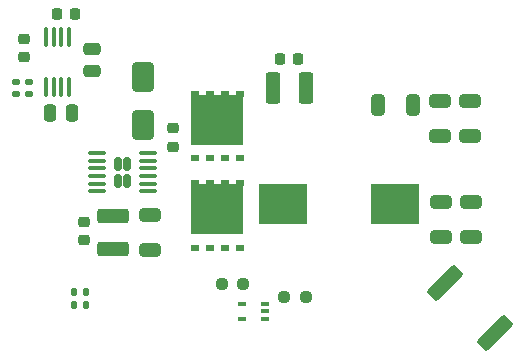
<source format=gtp>
G04 #@! TF.GenerationSoftware,KiCad,Pcbnew,8.0.1*
G04 #@! TF.CreationDate,2024-10-28T21:22:42-04:00*
G04 #@! TF.ProjectId,cutdown,63757464-6f77-46e2-9e6b-696361645f70,rev?*
G04 #@! TF.SameCoordinates,Original*
G04 #@! TF.FileFunction,Paste,Top*
G04 #@! TF.FilePolarity,Positive*
%FSLAX46Y46*%
G04 Gerber Fmt 4.6, Leading zero omitted, Abs format (unit mm)*
G04 Created by KiCad (PCBNEW 8.0.1) date 2024-10-28 21:22:42*
%MOMM*%
%LPD*%
G01*
G04 APERTURE LIST*
G04 Aperture macros list*
%AMRoundRect*
0 Rectangle with rounded corners*
0 $1 Rounding radius*
0 $2 $3 $4 $5 $6 $7 $8 $9 X,Y pos of 4 corners*
0 Add a 4 corners polygon primitive as box body*
4,1,4,$2,$3,$4,$5,$6,$7,$8,$9,$2,$3,0*
0 Add four circle primitives for the rounded corners*
1,1,$1+$1,$2,$3*
1,1,$1+$1,$4,$5*
1,1,$1+$1,$6,$7*
1,1,$1+$1,$8,$9*
0 Add four rect primitives between the rounded corners*
20,1,$1+$1,$2,$3,$4,$5,0*
20,1,$1+$1,$4,$5,$6,$7,0*
20,1,$1+$1,$6,$7,$8,$9,0*
20,1,$1+$1,$8,$9,$2,$3,0*%
G04 Aperture macros list end*
%ADD10C,0.000000*%
%ADD11RoundRect,0.237500X0.250000X0.237500X-0.250000X0.237500X-0.250000X-0.237500X0.250000X-0.237500X0*%
%ADD12RoundRect,0.237500X-0.250000X-0.237500X0.250000X-0.237500X0.250000X0.237500X-0.250000X0.237500X0*%
%ADD13RoundRect,0.100000X0.225000X0.100000X-0.225000X0.100000X-0.225000X-0.100000X0.225000X-0.100000X0*%
%ADD14RoundRect,0.250000X-0.325000X-0.650000X0.325000X-0.650000X0.325000X0.650000X-0.325000X0.650000X0*%
%ADD15RoundRect,0.225000X-0.250000X0.225000X-0.250000X-0.225000X0.250000X-0.225000X0.250000X0.225000X0*%
%ADD16RoundRect,0.250000X-0.250000X-0.475000X0.250000X-0.475000X0.250000X0.475000X-0.250000X0.475000X0*%
%ADD17RoundRect,0.135000X-0.135000X-0.185000X0.135000X-0.185000X0.135000X0.185000X-0.135000X0.185000X0*%
%ADD18R,4.400000X4.300000*%
%ADD19R,0.650000X0.630000*%
%ADD20RoundRect,0.250000X0.650000X-0.325000X0.650000X0.325000X-0.650000X0.325000X-0.650000X-0.325000X0*%
%ADD21R,4.100000X3.500000*%
%ADD22RoundRect,0.225000X-0.225000X-0.250000X0.225000X-0.250000X0.225000X0.250000X-0.225000X0.250000X0*%
%ADD23RoundRect,0.225000X0.250000X-0.225000X0.250000X0.225000X-0.250000X0.225000X-0.250000X-0.225000X0*%
%ADD24RoundRect,0.250000X-0.375000X-1.075000X0.375000X-1.075000X0.375000X1.075000X-0.375000X1.075000X0*%
%ADD25RoundRect,0.167500X-0.167500X-0.407500X0.167500X-0.407500X0.167500X0.407500X-0.167500X0.407500X0*%
%ADD26RoundRect,0.100000X-0.625000X-0.100000X0.625000X-0.100000X0.625000X0.100000X-0.625000X0.100000X0*%
%ADD27RoundRect,0.250000X-0.650000X0.325000X-0.650000X-0.325000X0.650000X-0.325000X0.650000X0.325000X0*%
%ADD28RoundRect,0.135000X0.185000X-0.135000X0.185000X0.135000X-0.185000X0.135000X-0.185000X-0.135000X0*%
%ADD29RoundRect,0.135000X0.135000X0.185000X-0.135000X0.185000X-0.135000X-0.185000X0.135000X-0.185000X0*%
%ADD30RoundRect,0.100000X0.100000X-0.712500X0.100000X0.712500X-0.100000X0.712500X-0.100000X-0.712500X0*%
%ADD31RoundRect,0.250000X-1.263953X-0.751301X-0.751301X-1.263953X1.263953X0.751301X0.751301X1.263953X0*%
%ADD32RoundRect,0.250000X-0.475000X0.250000X-0.475000X-0.250000X0.475000X-0.250000X0.475000X0.250000X0*%
%ADD33RoundRect,0.250000X1.075000X-0.375000X1.075000X0.375000X-1.075000X0.375000X-1.075000X-0.375000X0*%
%ADD34RoundRect,0.250000X0.650000X-1.000000X0.650000X1.000000X-0.650000X1.000000X-0.650000X-1.000000X0*%
G04 APERTURE END LIST*
D10*
G36*
X134705120Y-106370704D02*
G01*
X133135400Y-106370704D01*
X133135400Y-104785744D01*
X134705120Y-104785744D01*
X134705120Y-106370704D01*
G37*
G36*
X134705120Y-108105778D02*
G01*
X133135400Y-108105778D01*
X133135400Y-106870830D01*
X134705120Y-106870830D01*
X134705120Y-108105778D01*
G37*
G36*
X136894600Y-106370704D02*
G01*
X135324880Y-106370704D01*
X135324880Y-104785744D01*
X136894600Y-104785744D01*
X136894600Y-106370704D01*
G37*
G36*
X136894600Y-108105778D02*
G01*
X135324880Y-108105778D01*
X135324880Y-106870830D01*
X136894600Y-106870830D01*
X136894600Y-108105778D01*
G37*
G36*
X134695120Y-98800560D02*
G01*
X133125400Y-98800560D01*
X133125400Y-97215600D01*
X134695120Y-97215600D01*
X134695120Y-98800560D01*
G37*
G36*
X134695120Y-100535634D02*
G01*
X133125400Y-100535634D01*
X133125400Y-99300686D01*
X134695120Y-99300686D01*
X134695120Y-100535634D01*
G37*
G36*
X136884600Y-98800560D02*
G01*
X135314880Y-98800560D01*
X135314880Y-97215600D01*
X136884600Y-97215600D01*
X136884600Y-98800560D01*
G37*
G36*
X136884600Y-100535634D02*
G01*
X135314880Y-100535634D01*
X135314880Y-99300686D01*
X136884600Y-99300686D01*
X136884600Y-100535634D01*
G37*
D11*
X137212500Y-112500000D03*
X135387500Y-112500000D03*
D12*
X140687500Y-113600000D03*
X142512500Y-113600000D03*
D13*
X137150000Y-115450000D03*
X137150000Y-114150000D03*
X139050000Y-114150000D03*
X139050000Y-114800000D03*
X139050000Y-115450000D03*
D14*
X148625000Y-97300000D03*
X151575000Y-97300000D03*
D15*
X118662500Y-91737500D03*
X118662500Y-93287500D03*
X131300000Y-99300000D03*
X131300000Y-100850000D03*
D16*
X120837500Y-98012500D03*
X122737500Y-98012500D03*
D17*
X122890000Y-114300000D03*
X123910000Y-114300000D03*
D18*
X135015000Y-106108228D03*
D19*
X133110000Y-103955672D03*
X134380000Y-103955672D03*
X135650000Y-103955672D03*
X136920000Y-103955672D03*
X136920000Y-109425816D03*
X133110000Y-109425816D03*
X134380000Y-109425816D03*
X135650000Y-109425816D03*
D20*
X156400000Y-99975000D03*
X156400000Y-97025000D03*
D21*
X140600000Y-105700000D03*
X150100000Y-105700000D03*
D22*
X140325000Y-93400000D03*
X141875000Y-93400000D03*
D23*
X123700000Y-108775000D03*
X123700000Y-107225000D03*
D24*
X139700000Y-95900000D03*
X142500000Y-95900000D03*
D25*
X126590000Y-102315000D03*
X126590000Y-103735000D03*
X127410000Y-102315000D03*
X127410000Y-103735000D03*
D26*
X124850000Y-101400000D03*
X124850000Y-102050000D03*
X124850000Y-102700000D03*
X124850000Y-103350000D03*
X124850000Y-104000000D03*
X124850000Y-104650000D03*
X129150000Y-104650000D03*
X129150000Y-104000000D03*
X129150000Y-103350000D03*
X129150000Y-102700000D03*
X129150000Y-102050000D03*
X129150000Y-101400000D03*
D18*
X135005000Y-98620600D03*
D19*
X133100000Y-96385528D03*
X134370000Y-96385528D03*
X135640000Y-96385528D03*
X136910000Y-96385528D03*
X136910000Y-101855672D03*
X133100000Y-101855672D03*
X134370000Y-101855672D03*
X135640000Y-101855672D03*
D27*
X154000000Y-105525000D03*
X154000000Y-108475000D03*
D28*
X118000000Y-96410000D03*
X118000000Y-95390000D03*
D29*
X123910000Y-113200000D03*
X122890000Y-113200000D03*
D30*
X120512500Y-95825000D03*
X121162500Y-95825000D03*
X121812500Y-95825000D03*
X122462500Y-95825000D03*
X122462500Y-91600000D03*
X121812500Y-91600000D03*
X121162500Y-91600000D03*
X120512500Y-91600000D03*
D31*
X154305196Y-112405196D03*
X158494804Y-116594804D03*
D27*
X156500000Y-105525000D03*
X156500000Y-108475000D03*
X129300000Y-106625000D03*
X129300000Y-109575000D03*
D32*
X124387500Y-92562500D03*
X124387500Y-94462500D03*
D33*
X126200000Y-109500000D03*
X126200000Y-106700000D03*
D22*
X121425000Y-89600000D03*
X122975000Y-89600000D03*
D34*
X128700000Y-99000000D03*
X128700000Y-95000000D03*
D28*
X119100000Y-96410000D03*
X119100000Y-95390000D03*
D20*
X153900000Y-99975000D03*
X153900000Y-97025000D03*
M02*

</source>
